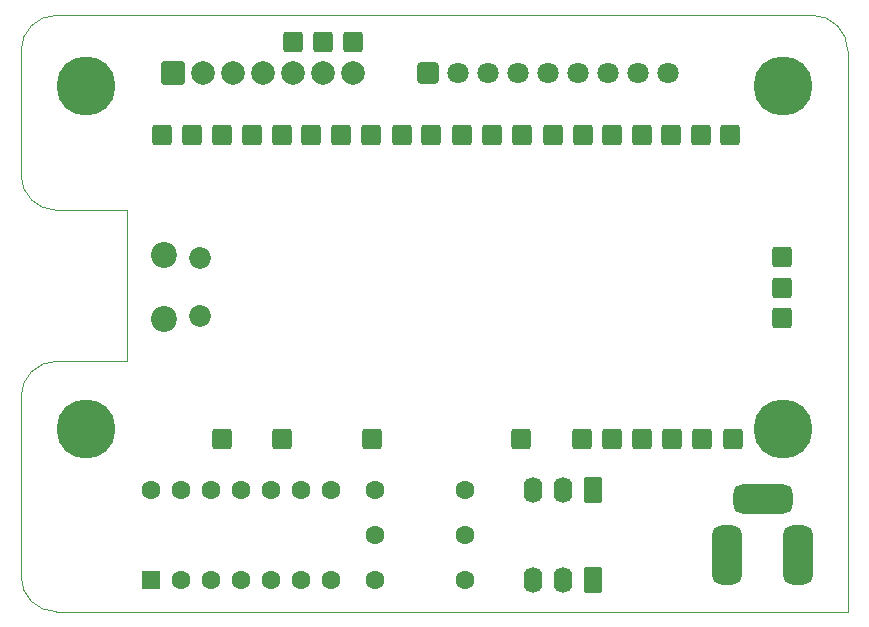
<source format=gbr>
%TF.GenerationSoftware,KiCad,Pcbnew,9.0.3-9.0.3-0~ubuntu24.04.1*%
%TF.CreationDate,2026-01-17T20:15:46+05:30*%
%TF.ProjectId,orbigator,6f726269-6761-4746-9f72-2e6b69636164,rev?*%
%TF.SameCoordinates,Original*%
%TF.FileFunction,Soldermask,Bot*%
%TF.FilePolarity,Negative*%
%FSLAX46Y46*%
G04 Gerber Fmt 4.6, Leading zero omitted, Abs format (unit mm)*
G04 Created by KiCad (PCBNEW 9.0.3-9.0.3-0~ubuntu24.04.1) date 2026-01-17 20:15:46*
%MOMM*%
%LPD*%
G01*
G04 APERTURE LIST*
G04 Aperture macros list*
%AMRoundRect*
0 Rectangle with rounded corners*
0 $1 Rounding radius*
0 $2 $3 $4 $5 $6 $7 $8 $9 X,Y pos of 4 corners*
0 Add a 4 corners polygon primitive as box body*
4,1,4,$2,$3,$4,$5,$6,$7,$8,$9,$2,$3,0*
0 Add four circle primitives for the rounded corners*
1,1,$1+$1,$2,$3*
1,1,$1+$1,$4,$5*
1,1,$1+$1,$6,$7*
1,1,$1+$1,$8,$9*
0 Add four rect primitives between the rounded corners*
20,1,$1+$1,$2,$3,$4,$5,0*
20,1,$1+$1,$4,$5,$6,$7,0*
20,1,$1+$1,$6,$7,$8,$9,0*
20,1,$1+$1,$8,$9,$2,$3,0*%
G04 Aperture macros list end*
%ADD10RoundRect,0.250000X-0.750000X0.750000X-0.750000X-0.750000X0.750000X-0.750000X0.750000X0.750000X0*%
%ADD11C,2.000000*%
%ADD12RoundRect,0.250000X-0.600000X-0.600000X0.600000X-0.600000X0.600000X0.600000X-0.600000X0.600000X0*%
%ADD13RoundRect,0.250000X0.550000X-0.550000X0.550000X0.550000X-0.550000X0.550000X-0.550000X-0.550000X0*%
%ADD14C,1.600000*%
%ADD15RoundRect,0.250000X0.600000X0.600000X-0.600000X0.600000X-0.600000X-0.600000X0.600000X-0.600000X0*%
%ADD16RoundRect,0.235294X0.564706X0.864706X-0.564706X0.864706X-0.564706X-0.864706X0.564706X-0.864706X0*%
%ADD17O,1.600000X2.200000*%
%ADD18RoundRect,0.750000X0.500000X1.750000X-0.500000X1.750000X-0.500000X-1.750000X0.500000X-1.750000X0*%
%ADD19RoundRect,0.750000X1.750000X0.500000X-1.750000X0.500000X-1.750000X-0.500000X1.750000X-0.500000X0*%
%ADD20C,2.200000*%
%ADD21C,1.850000*%
%ADD22C,5.000000*%
%ADD23RoundRect,0.250000X0.650000X0.650000X-0.650000X0.650000X-0.650000X-0.650000X0.650000X-0.650000X0*%
%ADD24C,1.800000*%
%TA.AperFunction,Profile*%
%ADD25C,0.050000*%
%TD*%
G04 APERTURE END LIST*
D10*
%TO.C,RTC1*%
X77880000Y-84400000D03*
D11*
X80420000Y-84400000D03*
X82960000Y-84400000D03*
X85500000Y-84400000D03*
X88040000Y-84400000D03*
X90580000Y-84400000D03*
X93120000Y-84400000D03*
%TD*%
D12*
%TO.C,J5*%
X112555000Y-89600000D03*
%TD*%
D13*
%TO.C,U2*%
X75990000Y-127315000D03*
D14*
X78530000Y-127315000D03*
X81069999Y-127315000D03*
X83610000Y-127315000D03*
X86150000Y-127315000D03*
X88690000Y-127315000D03*
X91230000Y-127315000D03*
X91230000Y-119695000D03*
X88690000Y-119695000D03*
X86150000Y-119695000D03*
X83610000Y-119695000D03*
X81070000Y-119695000D03*
X78530000Y-119695000D03*
X75990000Y-119695000D03*
%TD*%
D12*
%TO.C,J1*%
X125055000Y-89600000D03*
%TD*%
%TO.C,J10*%
X97255000Y-89600000D03*
%TD*%
%TO.C,J19*%
X112470000Y-115400000D03*
%TD*%
%TO.C,J6*%
X110055000Y-89600000D03*
%TD*%
D15*
%TO.C,J30*%
X93100000Y-81800000D03*
%TD*%
D12*
%TO.C,J34*%
X82020000Y-89600000D03*
%TD*%
%TO.C,J23*%
X87070001Y-89600000D03*
%TD*%
%TO.C,J36*%
X120060000Y-89600000D03*
%TD*%
%TO.C,J25*%
X76975001Y-89600000D03*
%TD*%
%TO.C,J31*%
X82020000Y-115340000D03*
%TD*%
%TO.C,J17*%
X117569999Y-115400000D03*
%TD*%
%TO.C,J11*%
X92055000Y-89600000D03*
%TD*%
%TO.C,J8*%
X89555000Y-89600000D03*
%TD*%
D14*
%TO.C,R3*%
X102600000Y-123505000D03*
X94980000Y-123505000D03*
%TD*%
D16*
%TO.C,M1*%
X113390000Y-127315000D03*
D17*
X110890000Y-127315000D03*
X108390000Y-127315000D03*
%TD*%
D12*
%TO.C,J33*%
X94740000Y-115390000D03*
%TD*%
%TO.C,J3*%
X117569999Y-89600000D03*
%TD*%
%TO.C,J16*%
X122670000Y-115400000D03*
%TD*%
D18*
%TO.C,J27*%
X124808000Y-125157500D03*
X130808000Y-125157500D03*
D19*
X127808000Y-120457500D03*
%TD*%
D14*
%TO.C,R2*%
X102600000Y-119695000D03*
X94980000Y-119695000D03*
%TD*%
D12*
%TO.C,J15*%
X125270001Y-115400000D03*
%TD*%
%TO.C,J13*%
X84555000Y-89600000D03*
%TD*%
%TO.C,J32*%
X129470000Y-102560000D03*
%TD*%
D20*
%TO.C,U1*%
X77100000Y-105225000D03*
D21*
X80130000Y-104925000D03*
X80130000Y-100075000D03*
D20*
X77100000Y-99775000D03*
%TD*%
D15*
%TO.C,J28*%
X88030000Y-81800000D03*
%TD*%
D12*
%TO.C,J37*%
X107430000Y-89610000D03*
%TD*%
D14*
%TO.C,R1*%
X102600000Y-127315000D03*
X94980000Y-127315000D03*
%TD*%
D12*
%TO.C,J20*%
X87070001Y-115400000D03*
%TD*%
D15*
%TO.C,J29*%
X90600000Y-81800000D03*
%TD*%
D12*
%TO.C,J12*%
X94655000Y-89600001D03*
%TD*%
%TO.C,J21*%
X129470000Y-100000000D03*
%TD*%
%TO.C,J35*%
X120130000Y-115410000D03*
%TD*%
%TO.C,J22*%
X129470000Y-105100000D03*
%TD*%
%TO.C,J14*%
X102370000Y-89600000D03*
%TD*%
%TO.C,J18*%
X115069999Y-115400000D03*
%TD*%
D16*
%TO.C,M2*%
X113390000Y-119695000D03*
D17*
X110890000Y-119695000D03*
X108390000Y-119695000D03*
%TD*%
D12*
%TO.C,J2*%
X122555000Y-89600000D03*
%TD*%
%TO.C,J7*%
X104855000Y-89600000D03*
%TD*%
%TO.C,J9*%
X99755000Y-89600000D03*
%TD*%
%TO.C,J24*%
X79470000Y-89600000D03*
%TD*%
%TO.C,J26*%
X107370000Y-115400000D03*
%TD*%
%TO.C,J4*%
X115055000Y-89600000D03*
%TD*%
D22*
%TO.C,DISP1*%
X129500000Y-114500000D03*
X129500000Y-85500000D03*
X70500000Y-114500000D03*
X70500000Y-85500000D03*
D23*
X99500000Y-84400000D03*
D24*
X102040000Y-84400000D03*
X104580000Y-84400000D03*
X107120000Y-84400000D03*
X109660000Y-84400000D03*
X112200000Y-84400000D03*
X114740000Y-84400000D03*
X117280000Y-84400000D03*
X119820000Y-84400000D03*
%TD*%
D25*
X74000000Y-96000000D02*
X74000000Y-108800000D01*
X65000000Y-111800000D02*
G75*
G02*
X68000000Y-108800000I3000000J0D01*
G01*
X68000000Y-130000000D02*
G75*
G02*
X65000000Y-127000000I0J3000000D01*
G01*
X65000000Y-111800000D02*
X65000000Y-127000000D01*
X65000000Y-82500000D02*
X65000000Y-93000000D01*
X132000000Y-79500000D02*
G75*
G02*
X135000000Y-82500000I0J-3000000D01*
G01*
X68000000Y-96000000D02*
X74000000Y-96000000D01*
X68000000Y-96000000D02*
G75*
G02*
X65000000Y-93000000I0J3000000D01*
G01*
X132000000Y-79500000D02*
X68000000Y-79500000D01*
X135000000Y-82500000D02*
X135000000Y-130000000D01*
X135000000Y-130000000D02*
X68000000Y-130000000D01*
X74000000Y-108800000D02*
X68000000Y-108800000D01*
X65000000Y-82500000D02*
G75*
G02*
X68000000Y-79500000I3000000J0D01*
G01*
M02*

</source>
